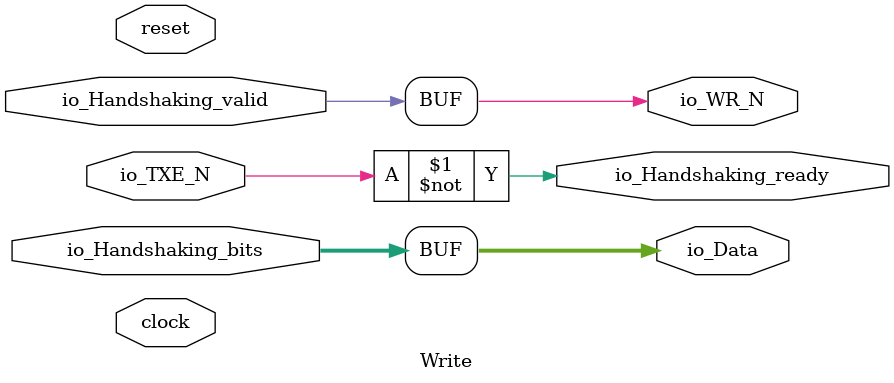
<source format=v>
module Write(
  input        clock,
  input        reset,
  output       io_Handshaking_ready,
  input        io_Handshaking_valid,
  input  [7:0] io_Handshaking_bits,
  input        io_TXE_N,
  output       io_WR_N,
  output [7:0] io_Data
);
  assign io_Handshaking_ready = ~io_TXE_N; // @[Write.scala 14:28]
  assign io_WR_N = io_Handshaking_valid; // @[Write.scala 12:13]
  assign io_Data = io_Handshaking_bits; // @[Write.scala 13:13]
endmodule

</source>
